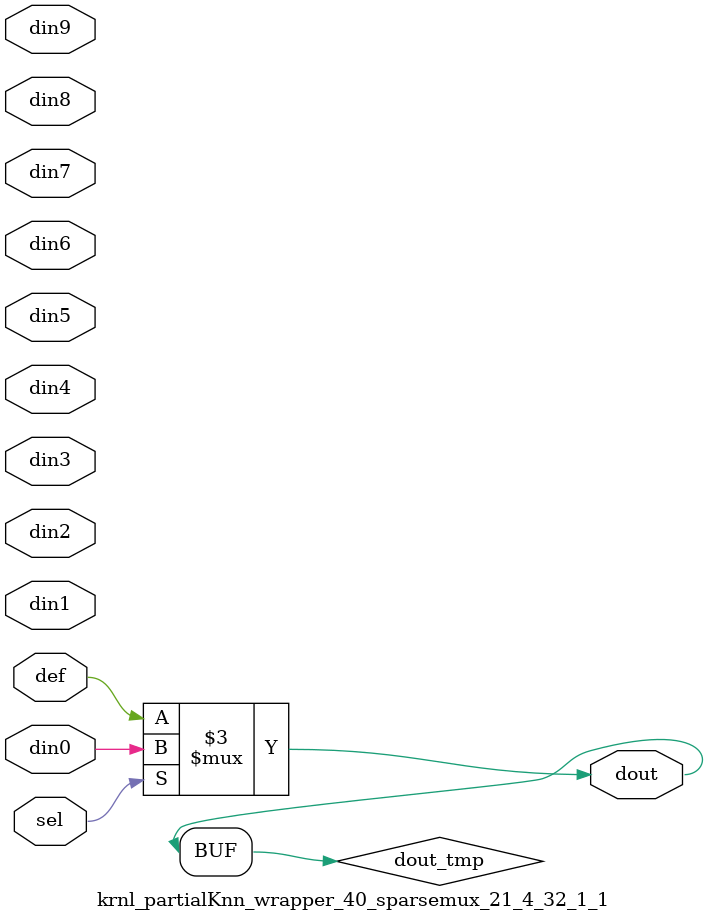
<source format=v>
`timescale 1 ns / 1 ps
module krnl_partialKnn_wrapper_40_sparsemux_21_4_32_1_1 (din0,din1,din2,din3,din4,din5,din6,din7,din8,din9,def,sel,dout);
parameter din0_WIDTH = 1;
parameter din1_WIDTH = 1;
parameter din2_WIDTH = 1;
parameter din3_WIDTH = 1;
parameter din4_WIDTH = 1;
parameter din5_WIDTH = 1;
parameter din6_WIDTH = 1;
parameter din7_WIDTH = 1;
parameter din8_WIDTH = 1;
parameter din9_WIDTH = 1;
parameter def_WIDTH = 1;
parameter sel_WIDTH = 1;
parameter dout_WIDTH = 1;
parameter [sel_WIDTH-1:0] CASE0 = 1;
parameter [sel_WIDTH-1:0] CASE1 = 1;
parameter [sel_WIDTH-1:0] CASE2 = 1;
parameter [sel_WIDTH-1:0] CASE3 = 1;
parameter [sel_WIDTH-1:0] CASE4 = 1;
parameter [sel_WIDTH-1:0] CASE5 = 1;
parameter [sel_WIDTH-1:0] CASE6 = 1;
parameter [sel_WIDTH-1:0] CASE7 = 1;
parameter [sel_WIDTH-1:0] CASE8 = 1;
parameter [sel_WIDTH-1:0] CASE9 = 1;
parameter ID = 1;
parameter NUM_STAGE = 1;
input [din0_WIDTH-1:0] din0;
input [din1_WIDTH-1:0] din1;
input [din2_WIDTH-1:0] din2;
input [din3_WIDTH-1:0] din3;
input [din4_WIDTH-1:0] din4;
input [din5_WIDTH-1:0] din5;
input [din6_WIDTH-1:0] din6;
input [din7_WIDTH-1:0] din7;
input [din8_WIDTH-1:0] din8;
input [din9_WIDTH-1:0] din9;
input [def_WIDTH-1:0] def;
input [sel_WIDTH-1:0] sel;
output [dout_WIDTH-1:0] dout;
reg [dout_WIDTH-1:0] dout_tmp;
always @ (*) begin
case (sel)
    
    CASE0 : dout_tmp = din0;
    
    CASE1 : dout_tmp = din1;
    
    CASE2 : dout_tmp = din2;
    
    CASE3 : dout_tmp = din3;
    
    CASE4 : dout_tmp = din4;
    
    CASE5 : dout_tmp = din5;
    
    CASE6 : dout_tmp = din6;
    
    CASE7 : dout_tmp = din7;
    
    CASE8 : dout_tmp = din8;
    
    CASE9 : dout_tmp = din9;
    
    default : dout_tmp = def;
endcase
end
assign dout = dout_tmp;
endmodule
</source>
